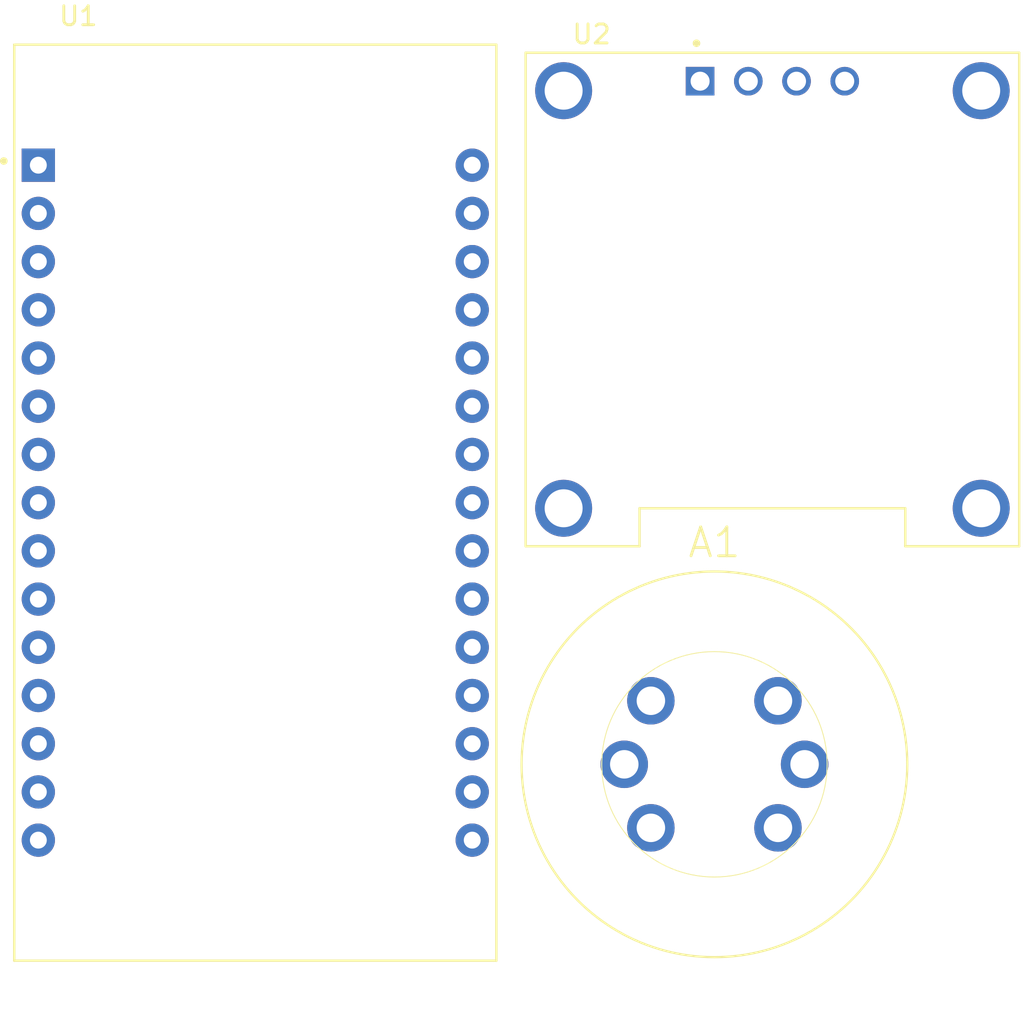
<source format=kicad_pcb>
(kicad_pcb (version 20241229) (generator "pcbnew") (generator_version "9.0")
  (layers (0 "F.Cu" signal) (2 "B.Cu" signal) (13 "F.Paste" user) (15 "B.Paste" user) (5 "F.SilkS" user "F.Silkscreen") (7 "B.SilkS" user "B.Silkscreen") (1 "F.Mask" user) (3 "B.Mask" user) (25 "Edge.Cuts" user))
  (net 0 "")
  (net 1 "Net-(U1-A0)")
  (net 2 "Net-(A1-PadA1)")
  (net 4 "Net-(A1-PadA2)")
  (net 9 "Net-(U1-EN)")
  (net 17 "Net-(U1-D1)")
  (net 26 "Net-(U1-D2)")
  (net 27 "Net-(U1-VIN)")
  (footprint "Charleslabs_Parts:MQ-X_Gas_Sensor" (layer "F.Cu") (at 133.445 99.99)
    (property "Reference" "A1" (at 0 -11.684 0) (layer "F.SilkS") (effects (font (size 1.524 1.524))))
    (property "Value" "MQ-X_Gas_Sensor")
    (fp_circle (center 0 0) (end -10.16 0) (stroke (width 0.12)) (fill no) (layer "F.SilkS"))
    (fp_circle (center 0 0) (end 5.937745 0) (stroke (width 0.04826)) (fill no) (layer "F.SilkS"))
    (pad "A1" thru_hole circle (at -3.34772 -3.34772) (size 2.5 2.5) (drill 1.5) (layers "*.Cu" "*.Mask") (net 2 "Net-(A1-PadA1)"))
    (pad "A2" thru_hole circle (at -3.34772 3.34772) (size 2.5 2.5) (drill 1.5) (layers "*.Cu" "*.Mask") (net 4 "Net-(A1-PadA2)"))
    (pad "B1" thru_hole circle (at 3.34772 -3.34772) (size 2.5 2.5) (drill 1.5) (layers "*.Cu" "*.Mask"))
    (pad "B2" thru_hole circle (at 3.34772 3.34772) (size 2.5 2.5) (drill 1.5) (layers "*.Cu" "*.Mask") (net 1 "Net-(U1-A0)"))
    (pad "HA" thru_hole circle (at -4.7498 0) (size 2.5 2.5) (drill 1.5) (layers "*.Cu" "*.Mask"))
    (pad "HB" thru_hole circle (at 4.7498 0) (size 2.5 2.5) (drill 1.5) (layers "*.Cu" "*.Mask"))
  )
  (footprint "ZC563900:MODULE_ZC563900" (layer "F.Cu") (at 109.255 86.205)
    (property "Reference" "U1" (at -9.325 -25.635 0) (layer "F.SilkS"))
    (property "Value" "ZC563900")
    (fp_line (start -12.7 -24.13) (end 12.7 -24.13) (stroke (width 0.127)) (layer "F.SilkS"))
    (fp_line (start -12.7 24.13) (end -12.7 -24.13) (stroke (width 0.127)) (layer "F.SilkS"))
    (fp_line (start -12.7 24.13) (end 12.7 24.13) (stroke (width 0.127)) (layer "F.SilkS"))
    (fp_line (start 12.7 -24.13) (end 12.7 24.13) (stroke (width 0.127)) (layer "F.SilkS"))
    (fp_circle (center -13.25 -18) (end -13.15 -18) (stroke (width 0.2)) (fill no) (layer "F.SilkS"))
    (pad "" np_thru_hole circle (at -10.16 -21.59) (size 3.2 3.2) (drill 3.2) (layers "*.Cu" "*.Mask"))
    (pad "" np_thru_hole circle (at -10.16 21.59) (size 3.2 3.2) (drill 3.2) (layers "*.Cu" "*.Mask"))
    (pad "" np_thru_hole circle (at 10.16 -21.59) (size 3.2 3.2) (drill 3.2) (layers "*.Cu" "*.Mask"))
    (pad "" np_thru_hole circle (at 10.16 21.59) (size 3.2 3.2) (drill 3.2) (layers "*.Cu" "*.Mask"))
    (pad "1" thru_hole rect (at -11.43 -17.78) (size 1.7526 1.7526) (drill 0.889) (layers "*.Cu" "*.Mask") (net 1 "Net-(U1-A0)"))
    (pad "2" thru_hole circle (at -11.43 -15.24) (size 1.7526 1.7526) (drill 0.889) (layers "*.Cu" "*.Mask"))
    (pad "3" thru_hole circle (at -11.43 -12.7) (size 1.7526 1.7526) (drill 0.889) (layers "*.Cu" "*.Mask"))
    (pad "4" thru_hole circle (at -11.43 -10.16) (size 1.7526 1.7526) (drill 0.889) (layers "*.Cu" "*.Mask"))
    (pad "5" thru_hole circle (at -11.43 -7.62) (size 1.7526 1.7526) (drill 0.889) (layers "*.Cu" "*.Mask"))
    (pad "6" thru_hole circle (at -11.43 -5.08) (size 1.7526 1.7526) (drill 0.889) (layers "*.Cu" "*.Mask"))
    (pad "7" thru_hole circle (at -11.43 -2.54) (size 1.7526 1.7526) (drill 0.889) (layers "*.Cu" "*.Mask"))
    (pad "8" thru_hole circle (at -11.43 0) (size 1.7526 1.7526) (drill 0.889) (layers "*.Cu" "*.Mask"))
    (pad "9" thru_hole circle (at -11.43 2.54) (size 1.7526 1.7526) (drill 0.889) (layers "*.Cu" "*.Mask"))
    (pad "10" thru_hole circle (at -11.43 5.08) (size 1.7526 1.7526) (drill 0.889) (layers "*.Cu" "*.Mask") (net 4 "Net-(A1-PadA2)"))
    (pad "11" thru_hole circle (at -11.43 7.62) (size 1.7526 1.7526) (drill 0.889) (layers "*.Cu" "*.Mask") (net 2 "Net-(A1-PadA1)"))
    (pad "12" thru_hole circle (at -11.43 10.16) (size 1.7526 1.7526) (drill 0.889) (layers "*.Cu" "*.Mask") (net 9 "Net-(U1-EN)"))
    (pad "13" thru_hole circle (at -11.43 12.7) (size 1.7526 1.7526) (drill 0.889) (layers "*.Cu" "*.Mask"))
    (pad "14" thru_hole circle (at -11.43 15.24) (size 1.7526 1.7526) (drill 0.889) (layers "*.Cu" "*.Mask") (net 4 "Net-(A1-PadA2)"))
    (pad "15" thru_hole circle (at -11.43 17.78) (size 1.7526 1.7526) (drill 0.889) (layers "*.Cu" "*.Mask") (net 27 "Net-(U1-VIN)"))
    (pad "16" thru_hole circle (at 11.43 17.78) (size 1.7526 1.7526) (drill 0.889) (layers "*.Cu" "*.Mask") (net 2 "Net-(A1-PadA1)"))
    (pad "17" thru_hole circle (at 11.43 15.24) (size 1.7526 1.7526) (drill 0.889) (layers "*.Cu" "*.Mask") (net 4 "Net-(A1-PadA2)"))
    (pad "18" thru_hole circle (at 11.43 12.7) (size 1.7526 1.7526) (drill 0.889) (layers "*.Cu" "*.Mask"))
    (pad "19" thru_hole circle (at 11.43 10.16) (size 1.7526 1.7526) (drill 0.889) (layers "*.Cu" "*.Mask"))
    (pad "20" thru_hole circle (at 11.43 7.62) (size 1.7526 1.7526) (drill 0.889) (layers "*.Cu" "*.Mask"))
    (pad "21" thru_hole circle (at 11.43 5.08) (size 1.7526 1.7526) (drill 0.889) (layers "*.Cu" "*.Mask"))
    (pad "22" thru_hole circle (at 11.43 2.54) (size 1.7526 1.7526) (drill 0.889) (layers "*.Cu" "*.Mask"))
    (pad "23" thru_hole circle (at 11.43 0) (size 1.7526 1.7526) (drill 0.889) (layers "*.Cu" "*.Mask"))
    (pad "24" thru_hole circle (at 11.43 -2.54) (size 1.7526 1.7526) (drill 0.889) (layers "*.Cu" "*.Mask") (net 4 "Net-(A1-PadA2)"))
    (pad "25" thru_hole circle (at 11.43 -5.08) (size 1.7526 1.7526) (drill 0.889) (layers "*.Cu" "*.Mask") (net 2 "Net-(A1-PadA1)"))
    (pad "26" thru_hole circle (at 11.43 -7.62) (size 1.7526 1.7526) (drill 0.889) (layers "*.Cu" "*.Mask"))
    (pad "27" thru_hole circle (at 11.43 -10.16) (size 1.7526 1.7526) (drill 0.889) (layers "*.Cu" "*.Mask"))
    (pad "28" thru_hole circle (at 11.43 -12.7) (size 1.7526 1.7526) (drill 0.889) (layers "*.Cu" "*.Mask") (net 26 "Net-(U1-D2)"))
    (pad "29" thru_hole circle (at 11.43 -15.24) (size 1.7526 1.7526) (drill 0.889) (layers "*.Cu" "*.Mask") (net 17 "Net-(U1-D1)"))
    (pad "30" thru_hole circle (at 11.43 -17.78) (size 1.7526 1.7526) (drill 0.889) (layers "*.Cu" "*.Mask"))
  )
  (footprint "DM-OLED096-636:MODULE_DM-OLED096-636" (layer "F.Cu") (at 136.5 75.5)
    (property "Reference" "U2" (at -9.525 -13.97 0) (layer "F.SilkS"))
    (property "Value" "DM-OLED096-636")
    (fp_line (start -13 -13) (end 13 -13) (stroke (width 0.127)) (layer "F.SilkS"))
    (fp_line (start -13 13) (end -13 -13) (stroke (width 0.127)) (layer "F.SilkS"))
    (fp_line (start -7 11) (end -7 13) (stroke (width 0.127)) (layer "F.SilkS"))
    (fp_line (start -7 13) (end -13 13) (stroke (width 0.127)) (layer "F.SilkS"))
    (fp_line (start 7 11) (end -7 11) (stroke (width 0.127)) (layer "F.SilkS"))
    (fp_line (start 7 13) (end 7 11) (stroke (width 0.127)) (layer "F.SilkS"))
    (fp_line (start 13 -13) (end 13 13) (stroke (width 0.127)) (layer "F.SilkS"))
    (fp_line (start 13 13) (end 7 13) (stroke (width 0.127)) (layer "F.SilkS"))
    (fp_circle (center -4 -13.5) (end -3.9 -13.5) (stroke (width 0.2)) (fill no) (layer "F.SilkS"))
    (pad "1" thru_hole rect (at -3.81 -11.5) (size 1.508 1.508) (drill 1) (layers "*.Cu" "*.Mask") (net 9 "Net-(U1-EN)"))
    (pad "2" thru_hole circle (at -1.27 -11.5) (size 1.508 1.508) (drill 1) (layers "*.Cu" "*.Mask") (net 27 "Net-(U1-VIN)"))
    (pad "3" thru_hole circle (at 1.27 -11.5) (size 1.508 1.508) (drill 1) (layers "*.Cu" "*.Mask") (net 17 "Net-(U1-D1)"))
    (pad "4" thru_hole circle (at 3.81 -11.5) (size 1.508 1.508) (drill 1) (layers "*.Cu" "*.Mask") (net 26 "Net-(U1-D2)"))
    (pad "S1" thru_hole circle (at -11 -11) (size 3 3) (drill 2) (layers "*.Cu" "*.Mask"))
    (pad "S2" thru_hole circle (at 11 -11) (size 3 3) (drill 2) (layers "*.Cu" "*.Mask"))
    (pad "S3" thru_hole circle (at 11 11) (size 3 3) (drill 2) (layers "*.Cu" "*.Mask"))
    (pad "S4" thru_hole circle (at -11 11) (size 3 3) (drill 2) (layers "*.Cu" "*.Mask"))
  )
)
</source>
